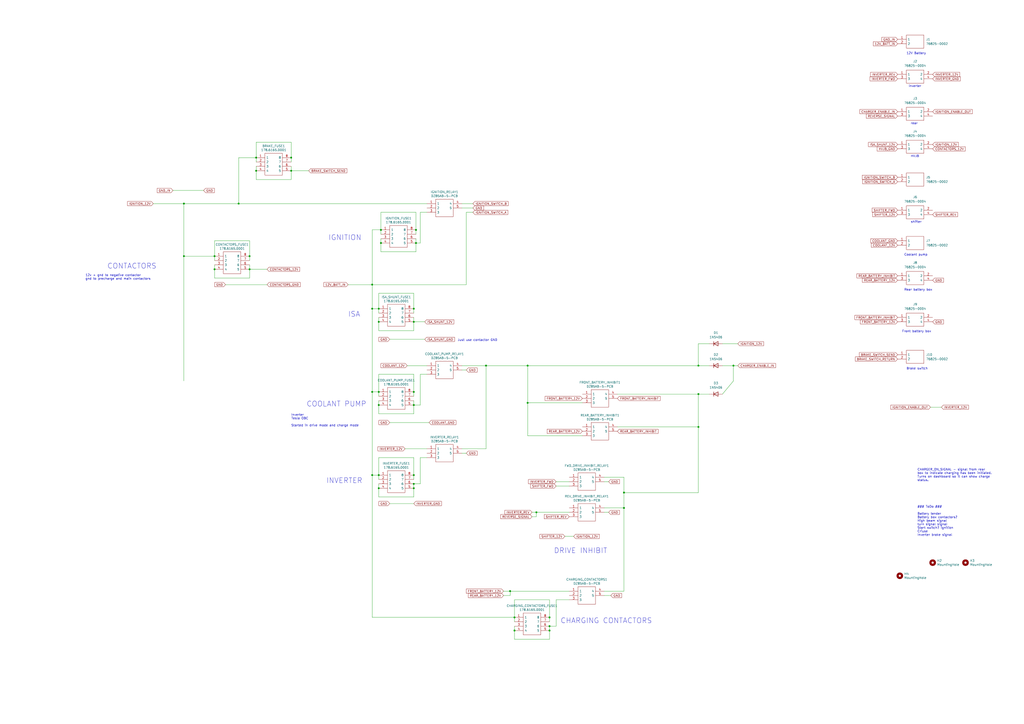
<source format=kicad_sch>
(kicad_sch (version 20211123) (generator eeschema)
  (paper "A2")
  (lib_symbols
    (symbol "Connector:178.6165.0001" (pin_names (offset 0.762))
      (property "Reference" "U" (at 16.51 7.62 0))
      (property "Value" "Connector_178.6165.0001" (at 16.51 5.08 0))
      (symbol "178.6165.0001_0_0"
        (pin passive line (at 0 0 0) (length 5.08) (name "1") (number "1"))
        (pin passive line (at 0 -2.54 0) (length 5.08) (name "2") (number "2"))
        (pin passive line (at 0 -5.08 0) (length 5.08) (name "3") (number "3"))
        (pin passive line (at 0 -7.62 0) (length 5.08) (name "4") (number "4"))
        (pin passive line (at 20.32 -7.62 180) (length 5.08) (name "5") (number "5"))
        (pin passive line (at 20.32 -5.08 180) (length 5.08) (name "6") (number "6"))
        (pin passive line (at 20.32 -2.54 180) (length 5.08) (name "7") (number "7"))
        (pin passive line (at 20.32 0 180) (length 5.08) (name "8") (number "8"))
      )
      (symbol "178.6165.0001_0_1"
        (polyline (pts (xy 5.08 2.54) (xy 15.24 2.54) (xy 15.24 -10.16) (xy 5.08 -10.16) (xy 5.08 2.54)) (stroke (width 0.1524)))
      )
    )
    (symbol "Connector:76825-0002" (pin_names (offset 0.762))
      (property "Reference" "J" (at 16.51 7.62 0))
      (property "Value" "76825-0002" (at 16.51 5.08 0))
      (symbol "76825-0002_0_0"
        (pin passive line (at 0 0 0) (length 5.08) (name "1") (number "1"))
        (pin passive line (at 0 -2.54 0) (length 5.08) (name "2") (number "2"))
      )
      (symbol "76825-0002_0_1"
        (polyline (pts (xy 5.08 2.54) (xy 15.24 2.54) (xy 15.24 -5.08) (xy 5.08 -5.08) (xy 5.08 2.54)) (stroke (width 0.1524)))
      )
    )
    (symbol "Connector:76825-0004" (pin_names (offset 0.762))
      (property "Reference" "J" (at 16.51 7.62 0))
      (property "Value" "76825-0004" (at 16.51 5.08 0))
      (symbol "76825-0004_0_0"
        (pin passive line (at 0 0 0) (length 5.08) (name "1") (number "1"))
        (pin passive line (at 20.32 0 180) (length 5.08) (name "2") (number "2"))
        (pin passive line (at 0 -2.54 0) (length 5.08) (name "3") (number "3"))
        (pin passive line (at 20.32 -2.54 180) (length 5.08) (name "4") (number "4"))
      )
      (symbol "76825-0004_0_1"
        (polyline (pts (xy 5.08 2.54) (xy 15.24 2.54) (xy 15.24 -5.08) (xy 5.08 -5.08) (xy 5.08 2.54)) (stroke (width 0.1524)))
      )
    )
    (symbol "DZ85AB-5-PCB:DZ85AB-5-PCB" (pin_names (offset 0.762))
      (property "Reference" "J" (at 16.51 7.62 0))
      (property "Value" "DZ85AB-5-PCB_DZ85AB-5-PCB" (at 16.51 5.08 0))
      (symbol "DZ85AB-5-PCB_0_0"
        (pin passive line (at 0 0 0) (length 5.08) (name "1") (number "1"))
        (pin passive line (at 0 -2.54 0) (length 5.08) (name "2") (number "2"))
        (pin passive line (at 0 -5.08 0) (length 5.08) (name "3") (number "3"))
        (pin passive line (at 20.32 0 180) (length 5.08) (name "4") (number "4"))
        (pin passive line (at 20.32 -2.54 180) (length 5.08) (name "5") (number "5"))
      )
      (symbol "DZ85AB-5-PCB_0_1"
        (polyline (pts (xy 5.08 2.54) (xy 15.24 2.54) (xy 15.24 -7.62) (xy 5.08 -7.62) (xy 5.08 2.54)) (stroke (width 0.1524)))
      )
    )
    (symbol "Diode:1N5406" (pin_numbers hide) (pin_names (offset 1.016) hide)
      (property "Reference" "D" (at 0 2.54 0))
      (property "Value" "1N5406" (at 0 -2.54 0))
      (symbol "1N5406_0_1"
        (polyline (pts (xy -1.27 1.27) (xy -1.27 -1.27)) (stroke (width 0.254)))
        (polyline (pts (xy 1.27 0) (xy -1.27 0)))
        (polyline (pts (xy 1.27 1.27) (xy 1.27 -1.27) (xy -1.27 0) (xy 1.27 1.27)) (stroke (width 0.254)))
      )
      (symbol "1N5406_1_1"
        (pin passive line (at -3.81 0 0) (length 2.54) (name "K") (number "1"))
        (pin passive line (at 3.81 0 180) (length 2.54) (name "A") (number "2"))
      )
    )
    (symbol "Mechanical:MountingHole" (pin_names (offset 1.016))
      (property "Reference" "H" (at 0 5.08 0))
      (property "Value" "MountingHole" (at 0 3.175 0))
      (symbol "MountingHole_0_1"
        (circle (center 0 0) (radius 1.27) (stroke (width 1.27)))
      )
    )
  )
  (junction (at 106.68 118.11))
  (junction (at 219.71 234.95))
  (junction (at 138.43 118.11))
  (junction (at 219.71 227.33))
  (junction (at 215.9 165.1))
  (junction (at 240.03 283.21))
  (junction (at 361.95 294.64))
  (junction (at 240.03 275.59))
  (junction (at 219.71 186.69))
  (junction (at 318.77 358.14))
  (junction (at 219.71 283.21))
  (junction (at 215.9 179.07))
  (junction (at 295.91 342.9))
  (junction (at 240.03 234.95))
  (junction (at 168.91 91.44))
  (junction (at 306.07 233.68))
  (junction (at 361.95 285.75))
  (junction (at 240.03 227.33))
  (junction (at 281.94 212.09))
  (junction (at 425.45 212.09))
  (junction (at 241.3 133.35))
  (junction (at 215.9 275.59))
  (junction (at 298.45 358.14))
  (junction (at 240.03 179.07))
  (junction (at 148.59 99.06))
  (junction (at 298.45 365.76))
  (junction (at 306.07 212.09))
  (junction (at 405.13 228.6))
  (junction (at 106.68 148.59))
  (junction (at 241.3 140.97))
  (junction (at 405.13 212.09))
  (junction (at 124.46 156.21))
  (junction (at 220.98 140.97))
  (junction (at 219.71 179.07))
  (junction (at 240.03 186.69))
  (junction (at 144.78 156.21))
  (junction (at 168.91 99.06))
  (junction (at 318.77 365.76))
  (junction (at 311.15 297.18))
  (junction (at 144.78 148.59))
  (junction (at 220.98 133.35))
  (junction (at 219.71 275.59))
  (junction (at 318.77 363.22))
  (junction (at 124.46 148.59))
  (junction (at 405.13 247.65))
  (junction (at 148.59 91.44))
  (junction (at 240.03 280.67))
  (junction (at 215.9 227.33))
  (wire (pts (xy 234.95 260.35) (xy 247.65 260.35)))
  (wire (pts (xy 219.71 288.29) (xy 219.71 283.21)))
  (wire (pts (xy 124.46 139.7) (xy 144.78 139.7)))
  (wire (pts (xy 270.51 262.89) (xy 267.97 262.89)))
  (wire (pts (xy 124.46 156.21) (xy 124.46 153.67)))
  (wire (pts (xy 267.97 260.35) (xy 281.94 260.35)))
  (wire (pts (xy 298.45 347.98) (xy 318.77 347.98)))
  (wire (pts (xy 240.03 234.95) (xy 240.03 232.41)))
  (wire (pts (xy 219.71 283.21) (xy 219.71 280.67)))
  (wire (pts (xy 361.95 294.64) (xy 361.95 342.9)))
  (wire (pts (xy 361.95 285.75) (xy 361.95 294.64)))
  (wire (pts (xy 318.77 363.22) (xy 322.58 363.22)))
  (wire (pts (xy 350.52 294.64) (xy 361.95 294.64)))
  (wire (pts (xy 267.97 212.09) (xy 281.94 212.09)))
  (wire (pts (xy 246.38 186.69) (xy 240.03 186.69)))
  (wire (pts (xy 267.97 118.11) (xy 274.32 118.11)))
  (wire (pts (xy 322.58 279.4) (xy 330.2 279.4)))
  (wire (pts (xy 148.59 99.06) (xy 148.59 104.14)))
  (wire (pts (xy 219.71 229.87) (xy 219.71 227.33)))
  (wire (pts (xy 168.91 82.55) (xy 148.59 82.55)))
  (wire (pts (xy 243.84 217.17) (xy 243.84 234.95)))
  (wire (pts (xy 154.94 165.1) (xy 130.81 165.1)))
  (wire (pts (xy 215.9 133.35) (xy 220.98 133.35)))
  (wire (pts (xy 354.33 345.44) (xy 350.52 345.44)))
  (wire (pts (xy 219.71 265.43) (xy 219.71 275.59)))
  (wire (pts (xy 215.9 165.1) (xy 270.51 165.1)))
  (wire (pts (xy 322.58 363.22) (xy 322.58 347.98)))
  (wire (pts (xy 306.07 212.09) (xy 306.07 233.68)))
  (wire (pts (xy 219.71 184.15) (xy 219.71 186.69)))
  (wire (pts (xy 220.98 133.35) (xy 220.98 123.19)))
  (wire (pts (xy 243.84 123.19) (xy 243.84 140.97)))
  (wire (pts (xy 219.71 179.07) (xy 215.9 179.07)))
  (wire (pts (xy 327.66 311.15) (xy 332.74 311.15)))
  (wire (pts (xy 353.06 297.18) (xy 350.52 297.18)))
  (wire (pts (xy 292.1 345.44) (xy 295.91 345.44)))
  (wire (pts (xy 298.45 358.14) (xy 298.45 347.98)))
  (wire (pts (xy 168.91 91.44) (xy 168.91 82.55)))
  (wire (pts (xy 298.45 365.76) (xy 298.45 370.84)))
  (wire (pts (xy 106.68 118.11) (xy 138.43 118.11)))
  (wire (pts (xy 243.84 123.19) (xy 247.65 123.19)))
  (wire (pts (xy 311.15 297.18) (xy 330.2 297.18)))
  (wire (pts (xy 318.77 347.98) (xy 318.77 358.14)))
  (wire (pts (xy 405.13 212.09) (xy 411.48 212.09)))
  (wire (pts (xy 215.9 275.59) (xy 219.71 275.59)))
  (wire (pts (xy 405.13 247.65) (xy 405.13 285.75)))
  (wire (pts (xy 219.71 186.69) (xy 219.71 191.77)))
  (wire (pts (xy 306.07 252.73) (xy 337.82 252.73)))
  (wire (pts (xy 243.84 280.67) (xy 243.84 265.43)))
  (wire (pts (xy 144.78 139.7) (xy 144.78 148.59)))
  (wire (pts (xy 425.45 212.09) (xy 425.45 220.98)))
  (wire (pts (xy 241.3 133.35) (xy 241.3 135.89)))
  (wire (pts (xy 267.97 214.63) (xy 270.51 214.63)))
  (wire (pts (xy 124.46 148.59) (xy 124.46 139.7)))
  (wire (pts (xy 215.9 227.33) (xy 215.9 275.59)))
  (wire (pts (xy 215.9 358.14) (xy 298.45 358.14)))
  (wire (pts (xy 236.22 212.09) (xy 247.65 212.09)))
  (wire (pts (xy 247.65 217.17) (xy 243.84 217.17)))
  (wire (pts (xy 295.91 342.9) (xy 295.91 345.44)))
  (wire (pts (xy 274.32 123.19) (xy 270.51 123.19)))
  (wire (pts (xy 311.15 297.18) (xy 311.15 299.72)))
  (wire (pts (xy 201.93 165.1) (xy 215.9 165.1)))
  (wire (pts (xy 144.78 148.59) (xy 144.78 151.13)))
  (wire (pts (xy 240.03 283.21) (xy 240.03 288.29)))
  (wire (pts (xy 318.77 370.84) (xy 298.45 370.84)))
  (wire (pts (xy 240.03 184.15) (xy 240.03 186.69)))
  (wire (pts (xy 138.43 118.11) (xy 247.65 118.11)))
  (wire (pts (xy 318.77 365.76) (xy 318.77 370.84)))
  (wire (pts (xy 240.03 292.1) (xy 226.06 292.1)))
  (wire (pts (xy 350.52 279.4) (xy 353.06 279.4)))
  (wire (pts (xy 311.15 297.18) (xy 308.61 297.18)))
  (wire (pts (xy 124.46 161.29) (xy 124.46 156.21)))
  (wire (pts (xy 219.71 217.17) (xy 240.03 217.17)))
  (wire (pts (xy 241.3 140.97) (xy 241.3 146.05)))
  (wire (pts (xy 124.46 151.13) (xy 124.46 148.59)))
  (wire (pts (xy 168.91 104.14) (xy 168.91 99.06)))
  (wire (pts (xy 168.91 91.44) (xy 168.91 93.98)))
  (wire (pts (xy 219.71 191.77) (xy 240.03 191.77)))
  (wire (pts (xy 306.07 233.68) (xy 337.82 233.68)))
  (wire (pts (xy 144.78 156.21) (xy 144.78 161.29)))
  (wire (pts (xy 241.3 123.19) (xy 241.3 133.35)))
  (wire (pts (xy 358.14 228.6) (xy 405.13 228.6)))
  (wire (pts (xy 322.58 347.98) (xy 330.2 347.98)))
  (wire (pts (xy 219.71 240.03) (xy 240.03 240.03)))
  (wire (pts (xy 425.45 212.09) (xy 427.99 212.09)))
  (wire (pts (xy 215.9 179.07) (xy 215.9 227.33)))
  (wire (pts (xy 281.94 212.09) (xy 281.94 260.35)))
  (wire (pts (xy 306.07 233.68) (xy 306.07 252.73)))
  (wire (pts (xy 243.84 265.43) (xy 247.65 265.43)))
  (wire (pts (xy 241.3 140.97) (xy 243.84 140.97)))
  (wire (pts (xy 219.71 179.07) (xy 219.71 170.18)))
  (wire (pts (xy 144.78 161.29) (xy 124.46 161.29)))
  (wire (pts (xy 361.95 342.9) (xy 350.52 342.9)))
  (wire (pts (xy 240.03 288.29) (xy 219.71 288.29)))
  (wire (pts (xy 240.03 280.67) (xy 243.84 280.67)))
  (wire (pts (xy 295.91 342.9) (xy 330.2 342.9)))
  (wire (pts (xy 281.94 212.09) (xy 306.07 212.09)))
  (wire (pts (xy 168.91 96.52) (xy 168.91 99.06)))
  (wire (pts (xy 240.03 186.69) (xy 240.03 191.77)))
  (wire (pts (xy 106.68 148.59) (xy 106.68 220.98)))
  (wire (pts (xy 88.9 118.11) (xy 106.68 118.11)))
  (wire (pts (xy 148.59 96.52) (xy 148.59 99.06)))
  (wire (pts (xy 358.14 247.65) (xy 405.13 247.65)))
  (wire (pts (xy 267.97 120.65) (xy 274.32 120.65)))
  (wire (pts (xy 405.13 228.6) (xy 411.48 228.6)))
  (wire (pts (xy 138.43 91.44) (xy 148.59 91.44)))
  (wire (pts (xy 311.15 299.72) (xy 308.61 299.72)))
  (wire (pts (xy 246.38 196.85) (xy 226.06 196.85)))
  (wire (pts (xy 322.58 281.94) (xy 330.2 281.94)))
  (wire (pts (xy 219.71 227.33) (xy 219.71 217.17)))
  (wire (pts (xy 106.68 118.11) (xy 106.68 148.59)))
  (wire (pts (xy 240.03 280.67) (xy 240.03 283.21)))
  (wire (pts (xy 219.71 179.07) (xy 219.71 181.61)))
  (wire (pts (xy 419.1 212.09) (xy 425.45 212.09)))
  (wire (pts (xy 106.68 148.59) (xy 124.46 148.59)))
  (wire (pts (xy 220.98 135.89) (xy 220.98 133.35)))
  (wire (pts (xy 240.03 234.95) (xy 243.84 234.95)))
  (wire (pts (xy 219.71 265.43) (xy 240.03 265.43)))
  (wire (pts (xy 298.45 358.14) (xy 298.45 360.68)))
  (wire (pts (xy 240.03 227.33) (xy 240.03 229.87)))
  (wire (pts (xy 220.98 123.19) (xy 241.3 123.19)))
  (wire (pts (xy 292.1 342.9) (xy 295.91 342.9)))
  (wire (pts (xy 219.71 170.18) (xy 240.03 170.18)))
  (wire (pts (xy 148.59 82.55) (xy 148.59 91.44)))
  (wire (pts (xy 240.03 179.07) (xy 240.03 181.61)))
  (wire (pts (xy 306.07 212.09) (xy 405.13 212.09)))
  (wire (pts (xy 405.13 199.39) (xy 411.48 199.39)))
  (wire (pts (xy 350.52 276.86) (xy 361.95 276.86)))
  (wire (pts (xy 215.9 165.1) (xy 215.9 179.07)))
  (wire (pts (xy 248.92 245.11) (xy 226.06 245.11)))
  (wire (pts (xy 240.03 170.18) (xy 240.03 179.07)))
  (wire (pts (xy 240.03 265.43) (xy 240.03 275.59)))
  (wire (pts (xy 298.45 363.22) (xy 298.45 365.76)))
  (wire (pts (xy 240.03 275.59) (xy 240.03 278.13)))
  (wire (pts (xy 220.98 140.97) (xy 220.98 138.43)))
  (wire (pts (xy 144.78 153.67) (xy 144.78 156.21)))
  (wire (pts (xy 240.03 217.17) (xy 240.03 227.33)))
  (wire (pts (xy 138.43 118.11) (xy 138.43 91.44)))
  (wire (pts (xy 215.9 133.35) (xy 215.9 165.1)))
  (wire (pts (xy 220.98 146.05) (xy 220.98 140.97)))
  (wire (pts (xy 219.71 232.41) (xy 219.71 234.95)))
  (wire (pts (xy 215.9 275.59) (xy 215.9 358.14)))
  (wire (pts (xy 100.33 110.49) (xy 118.11 110.49)))
  (wire (pts (xy 219.71 278.13) (xy 219.71 275.59)))
  (wire (pts (xy 405.13 228.6) (xy 405.13 247.65)))
  (wire (pts (xy 241.3 140.97) (xy 241.3 138.43)))
  (wire (pts (xy 215.9 227.33) (xy 219.71 227.33)))
  (wire (pts (xy 361.95 276.86) (xy 361.95 285.75)))
  (wire (pts (xy 270.51 123.19) (xy 270.51 165.1)))
  (wire (pts (xy 427.99 199.39) (xy 419.1 199.39)))
  (wire (pts (xy 240.03 240.03) (xy 240.03 234.95)))
  (wire (pts (xy 148.59 91.44) (xy 148.59 93.98)))
  (wire (pts (xy 318.77 363.22) (xy 318.77 365.76)))
  (wire (pts (xy 219.71 234.95) (xy 219.71 240.03)))
  (wire (pts (xy 539.75 236.22) (xy 546.1 236.22)))
  (wire (pts (xy 144.78 156.21) (xy 154.94 156.21)))
  (wire (pts (xy 148.59 104.14) (xy 168.91 104.14)))
  (wire (pts (xy 405.13 199.39) (xy 405.13 212.09)))
  (wire (pts (xy 425.45 220.98) (xy 419.1 228.6)))
  (wire (pts (xy 318.77 358.14) (xy 318.77 360.68)))
  (wire (pts (xy 179.07 99.06) (xy 168.91 99.06)))
  (wire (pts (xy 405.13 285.75) (xy 361.95 285.75)))
  (wire (pts (xy 241.3 146.05) (xy 220.98 146.05)))
  (text "IGNITION" (at 190.5 139.7 0) (effects (font (size 2.9972 2.9972)) (justify left bottom)))
  (text "12V Battery" (at 525.78 31.75 0) (effects (font (size 1.27 1.27)) (justify left bottom)))
  (text "inverter" (at 527.05 50.8 0) (effects (font (size 1.27 1.27)) (justify left bottom)))
  (text "### ToDo ###\n\nBattery tender\nBattery box contactors?\nHigh beam signal\nturn signal signal\nStart switch? ignition\nCriuse\nInverter brake signal\n" (at 532.13 311.15 0) (effects (font (size 1.27 1.27)) (justify left bottom)))
  (text "Inverter\nTesla OBC\n\nStarted in drive mode and charge mode" (at 168.91 247.65 0) (effects (font (size 1.27 1.27)) (justify left bottom)))
  (text "12v + gnd to negative contactor\ngnd to precharge and main contactors" (at 49.53 162.56 0) (effects (font (size 1.27 1.27)) (justify left bottom)))
  (text "Brake switch" (at 525.78 214.63 0) (effects (font (size 1.27 1.27)) (justify left bottom)))
  (text "Rear battery box" (at 524.51 168.91 0) (effects (font (size 1.27 1.27)) (justify left bottom)))
  (text "HVJB" (at 528.32 91.44 0) (effects (font (size 1.27 1.27)) (justify left bottom)))
  (text "shifter" (at 528.32 129.54 0) (effects (font (size 1.27 1.27)) (justify left bottom)))
  (text "ISA" (at 201.93 184.15 0) (effects (font (size 2.9972 2.9972)) (justify left bottom)))
  (text "CONTACTORS" (at 62.23 156.21 0) (effects (font (size 2.9972 2.9972)) (justify left bottom)))
  (text "Just use contactor GND" (at 265.43 198.12 0) (effects (font (size 1.27 1.27)) (justify left bottom)))
  (text "INVERTER" (at 189.23 280.67 0) (effects (font (size 2.9972 2.9972)) (justify left bottom)))
  (text "rear" (at 528.32 72.39 0) (effects (font (size 1.27 1.27)) (justify left bottom)))
  (text "CHARGER_ON_SIGNAL - signal from rear\nbox to indicate charging has been initiated.\nTurns on dashboard so it can show charge\nstatus." (at 532.13 279.4 0) (effects (font (size 1.27 1.27)) (justify left bottom)))
  (text "COOLANT PUMP" (at 177.8 236.22 0) (effects (font (size 2.9972 2.9972)) (justify left bottom)))
  (text "Front battery box" (at 523.24 193.04 0) (effects (font (size 1.27 1.27)) (justify left bottom)))
  (text "CHARGING CONTACTORS" (at 325.12 361.95 0) (effects (font (size 2.9972 2.9972)) (justify left bottom)))
  (text "Coolant pump" (at 524.51 148.59 0) (effects (font (size 1.27 1.27)) (justify left bottom)))
  (text "DRIVE INHIBIT" (at 321.31 321.31 0) (effects (font (size 2.9972 2.9972)) (justify left bottom)))
  (global_label "SHIFTER_12V" (shape input) (at 520.7 124.46 180) (property "Intersheet References" "${INTERSHEET_REFS}" (effects hide)))
  (global_label "COOLANT_12V" (shape input) (at 236.22 212.09 180) (property "Intersheet References" "${INTERSHEET_REFS}" (effects hide)))
  (global_label "INVERTER_12V" (shape input) (at 541.02 43.18 0) (property "Intersheet References" "${INTERSHEET_REFS}" (effects hide)))
  (global_label "SHIFTER_REV" (shape input) (at 330.2 299.72 180) (property "Intersheet References" "${INTERSHEET_REFS}" (effects hide)))
  (global_label "GND" (shape input) (at 226.06 292.1 180) (property "Intersheet References" "${INTERSHEET_REFS}" (effects hide)))
  (global_label "12V_BATT_IN" (shape input) (at 520.7 25.4 180) (property "Intersheet References" "${INTERSHEET_REFS}" (effects hide)))
  (global_label "IGNITION_12V" (shape input) (at 88.9 118.11 180) (property "Intersheet References" "${INTERSHEET_REFS}" (effects hide)))
  (global_label "SHIFTER_FWD" (shape input) (at 322.58 281.94 180) (property "Intersheet References" "${INTERSHEET_REFS}" (effects hide)))
  (global_label "GND" (shape input) (at 353.06 297.18 0) (property "Intersheet References" "${INTERSHEET_REFS}" (effects hide)))
  (global_label "INVERTER_12V" (shape input) (at 546.1 236.22 0) (property "Intersheet References" "${INTERSHEET_REFS}" (effects hide)))
  (global_label "ISA_SHUNT_GND" (shape input) (at 246.38 196.85 0) (property "Intersheet References" "${INTERSHEET_REFS}" (effects hide)))
  (global_label "IGNITION_SWITCH_B" (shape input) (at 520.7 102.87 180) (property "Intersheet References" "${INTERSHEET_REFS}" (effects hide)))
  (global_label "GND" (shape input) (at 353.06 279.4 0) (property "Intersheet References" "${INTERSHEET_REFS}" (effects hide)))
  (global_label "GND" (shape input) (at 118.11 110.49 0) (property "Intersheet References" "${INTERSHEET_REFS}" (effects hide)))
  (global_label "CHARGER_ENABLE_IN" (shape input) (at 427.99 212.09 0) (property "Intersheet References" "${INTERSHEET_REFS}" (effects hide)))
  (global_label "ISA_SHUNT_12V" (shape input) (at 246.38 186.69 0) (property "Intersheet References" "${INTERSHEET_REFS}" (effects hide)))
  (global_label "REVERSE_SIGNAL" (shape input) (at 520.7 67.31 180) (property "Intersheet References" "${INTERSHEET_REFS}" (effects hide)))
  (global_label "INVERTER_GND" (shape input) (at 240.03 292.1 0) (property "Intersheet References" "${INTERSHEET_REFS}" (effects hide)))
  (global_label "GND" (shape input) (at 541.02 162.56 0) (property "Intersheet References" "${INTERSHEET_REFS}" (effects hide)))
  (global_label "CONTACTORS_12V" (shape input) (at 154.94 156.21 0) (property "Intersheet References" "${INTERSHEET_REFS}" (effects hide)))
  (global_label "GND" (shape input) (at 270.51 262.89 0) (property "Intersheet References" "${INTERSHEET_REFS}" (effects hide)))
  (global_label "INVERTER_FWD" (shape input) (at 520.7 45.72 180) (property "Intersheet References" "${INTERSHEET_REFS}" (effects hide)))
  (global_label "FRONT_BATTERY_INHIBIT" (shape input) (at 520.7 184.15 180) (property "Intersheet References" "${INTERSHEET_REFS}" (effects hide)))
  (global_label "GND" (shape input) (at 226.06 245.11 180) (property "Intersheet References" "${INTERSHEET_REFS}" (effects hide)))
  (global_label "REAR_BATTERY_12V" (shape input) (at 292.1 345.44 180) (property "Intersheet References" "${INTERSHEET_REFS}" (effects hide)))
  (global_label "FRONT_BATTERY_12V" (shape input) (at 337.82 231.14 180) (property "Intersheet References" "${INTERSHEET_REFS}" (effects hide)))
  (global_label "GND" (shape input) (at 226.06 196.85 180) (property "Intersheet References" "${INTERSHEET_REFS}" (effects hide)))
  (global_label "REAR_BATTERY_12V" (shape input) (at 520.7 162.56 180) (property "Intersheet References" "${INTERSHEET_REFS}" (effects hide)))
  (global_label "INVERTER_GND" (shape input) (at 541.02 45.72 0) (property "Intersheet References" "${INTERSHEET_REFS}" (effects hide)))
  (global_label "SHIFTER_REV" (shape input) (at 541.02 124.46 0) (property "Intersheet References" "${INTERSHEET_REFS}" (effects hide)))
  (global_label "GND" (shape input) (at 274.32 120.65 0) (property "Intersheet References" "${INTERSHEET_REFS}" (effects hide)))
  (global_label "COOLANT_12V" (shape input) (at 520.7 142.24 180) (property "Intersheet References" "${INTERSHEET_REFS}" (effects hide)))
  (global_label "CONTACTORS_12V" (shape input) (at 541.02 86.36 0) (property "Intersheet References" "${INTERSHEET_REFS}" (effects hide)))
  (global_label "BRAKE_SWITCH_SEND" (shape input) (at 179.07 99.06 0) (property "Intersheet References" "${INTERSHEET_REFS}" (effects hide)))
  (global_label "FRONT_BATTERY_INHIBIT" (shape input) (at 358.14 231.14 0) (property "Intersheet References" "${INTERSHEET_REFS}" (effects hide)))
  (global_label "FRONT_BATTERY_12V" (shape input) (at 292.1 342.9 180) (property "Intersheet References" "${INTERSHEET_REFS}" (effects hide)))
  (global_label "INVERTER_REV" (shape input) (at 308.61 297.18 180) (property "Intersheet References" "${INTERSHEET_REFS}" (effects hide)))
  (global_label "IGNITION_ENABLE_OUT" (shape input) (at 539.75 236.22 180) (property "Intersheet References" "${INTERSHEET_REFS}" (effects hide)))
  (global_label "REAR_BATTERY_INHIBIT" (shape input) (at 358.14 250.19 0) (property "Intersheet References" "${INTERSHEET_REFS}" (effects hide)))
  (global_label "REAR_BATTERY_INHIBIT" (shape input) (at 520.7 160.02 180) (property "Intersheet References" "${INTERSHEET_REFS}" (effects hide)))
  (global_label "GND" (shape input) (at 130.81 165.1 180) (property "Intersheet References" "${INTERSHEET_REFS}" (effects hide)))
  (global_label "IGNITION_SWITCH_A" (shape input) (at 520.7 105.41 180) (property "Intersheet References" "${INTERSHEET_REFS}" (effects hide)))
  (global_label "IGNITION_ENABLE_OUT" (shape input) (at 541.02 64.77 0) (property "Intersheet References" "${INTERSHEET_REFS}" (effects hide)))
  (global_label "GND" (shape input) (at 270.51 214.63 0) (property "Intersheet References" "${INTERSHEET_REFS}" (effects hide)))
  (global_label "CHARGER_ENABLE_IN" (shape input) (at 520.7 64.77 180) (property "Intersheet References" "${INTERSHEET_REFS}" (effects hide)))
  (global_label "GND_IN" (shape input) (at 520.7 22.86 180) (property "Intersheet References" "${INTERSHEET_REFS}" (effects hide)))
  (global_label "REAR_BATTERY_12V" (shape input) (at 337.82 250.19 180) (property "Intersheet References" "${INTERSHEET_REFS}" (effects hide)))
  (global_label "IGNITION_12V" (shape input) (at 427.99 199.39 0) (property "Intersheet References" "${INTERSHEET_REFS}" (effects hide)))
  (global_label "IGNITION_SWITCH_B" (shape input) (at 274.32 118.11 0) (property "Intersheet References" "${INTERSHEET_REFS}" (effects hide)))
  (global_label "FRONT_BATTERY_12V" (shape input) (at 520.7 186.69 180) (property "Intersheet References" "${INTERSHEET_REFS}" (effects hide)))
  (global_label "INVERTER_REV" (shape input) (at 520.7 43.18 180) (property "Intersheet References" "${INTERSHEET_REFS}" (effects hide)))
  (global_label "ISA_SHUNT_12V" (shape input) (at 520.7 83.82 180) (property "Intersheet References" "${INTERSHEET_REFS}" (effects hide)))
  (global_label "CONTACTORS_GND" (shape input) (at 154.94 165.1 0) (property "Intersheet References" "${INTERSHEET_REFS}" (effects hide)))
  (global_label "SHIFTER_12V" (shape input) (at 327.66 311.15 180) (property "Intersheet References" "${INTERSHEET_REFS}" (effects hide)))
  (global_label "INVERTER_12V" (shape input) (at 234.95 260.35 180) (property "Intersheet References" "${INTERSHEET_REFS}" (effects hide)))
  (global_label "INVERTER_FWD" (shape input) (at 322.58 279.4 180) (property "Intersheet References" "${INTERSHEET_REFS}" (effects hide)))
  (global_label "REVERSE_SIGNAL" (shape input) (at 308.61 299.72 180) (property "Intersheet References" "${INTERSHEET_REFS}" (effects hide)))
  (global_label "GND_IN" (shape input) (at 100.33 110.49 180) (property "Intersheet References" "${INTERSHEET_REFS}" (effects hide)))
  (global_label "IGNITION_SWITCH_A" (shape input) (at 274.32 123.19 0) (property "Intersheet References" "${INTERSHEET_REFS}" (effects hide)))
  (global_label "12V_BATT_IN" (shape input) (at 201.93 165.1 180) (property "Intersheet References" "${INTERSHEET_REFS}" (effects hide)))
  (global_label "IGNITION_12V" (shape input) (at 541.02 83.82 0) (property "Intersheet References" "${INTERSHEET_REFS}" (effects hide)))
  (global_label "COOLANT_GND" (shape input) (at 248.92 245.11 0) (property "Intersheet References" "${INTERSHEET_REFS}" (effects hide)))
  (global_label "COOLANT_GND" (shape input) (at 520.7 139.7 180) (property "Intersheet References" "${INTERSHEET_REFS}" (effects hide)))
  (global_label "GND" (shape input) (at 541.02 186.69 0) (property "Intersheet References" "${INTERSHEET_REFS}" (effects hide)))
  (global_label "BRAKE_SWITCH_SEND" (shape input) (at 520.7 205.74 180) (property "Intersheet References" "${INTERSHEET_REFS}" (effects hide)))
  (global_label "SHIFTER_FWD" (shape input) (at 520.7 121.92 180) (property "Intersheet References" "${INTERSHEET_REFS}" (effects hide)))
  (global_label "HVJB_GND" (shape input) (at 520.7 86.36 180) (property "Intersheet References" "${INTERSHEET_REFS}" (effects hide)))
  (global_label "GND" (shape input) (at 354.33 345.44 0) (property "Intersheet References" "${INTERSHEET_REFS}" (effects hide)))
  (global_label "BRAKE_SWITCH_RETURN" (shape input) (at 520.7 208.28 180) (property "Intersheet References" "${INTERSHEET_REFS}" (effects hide)))
  (global_label "IGNITION_12V" (shape input) (at 332.74 311.15 0) (property "Intersheet References" "${INTERSHEET_REFS}" (effects hide)))
  (symbol (lib_id "DZ85AB-5-PCB:DZ85AB-5-PCB") (at 247.65 118.11 0) (unit 1)
    (property "Reference" "IGNITION_RELAY1" (at 257.81 111.379 0))
    (property "Value" "DZ85AB-5-PCB" (at 257.81 113.6904 0))
    (property "Footprint" "Connector:DZ85AB5PCB" (effects hide))
    (property "Datasheet" "https://componentsearchengine.com/Datasheets/2/DZ85AB-5-PCB.pdf" (effects hide))
    (property "Description" "Durakool 1 Pin Relay Socket, Plug In for use with Various Series" (effects hide))
    (property "Height" "14.5" (effects hide))
    (property "Manufacturer_Name" "DURAKOOL" (effects hide))
    (property "Manufacturer_Part_Number" "DZ85AB-5-PCB" (effects hide))
  )
  (symbol (lib_id "Connector:178.6165.0001") (at 220.98 133.35 0) (unit 1)
    (property "Reference" "IGNITION_FUSE1" (at 231.14 126.619 0))
    (property "Value" "178.6165.0001" (at 231.14 128.9304 0))
    (property "Footprint" "Socket:17861650001" (effects hide))
    (property "Datasheet" "https://www.mouser.com/datasheet/2/240/Littelfuse-Fuse-Holder-ATO-FLR-pcb-Datasheet-1317199.pdf" (effects hide))
    (property "Description" "FLR PCB FUSE HOLDER FOR ATO STYLE BLADE FUSE RATED 58V" (effects hide))
    (property "Height" "17.5" (effects hide))
    (property "Manufacturer_Name" "LITTELFUSE" (effects hide))
    (property "Manufacturer_Part_Number" "178.6165.0001" (effects hide))
    (property "Mouser Part Number" "576-178.6165.0001" (effects hide))
    (property "Mouser Price/Stock" "https://www.mouser.co.uk/ProductDetail/Littelfuse/17861650001?qs=CSLd874fYV1KI1oBGU5EQg%3D%3D" (effects hide))
    (property "Arrow Part Number" "178.6165.0001" (effects hide))
    (property "Arrow Price/Stock" "https://www.arrow.com/en/products/178.6165.0001/littelfuse" (effects hide))
  )
  (symbol (lib_id "Connector:178.6165.0001") (at 219.71 275.59 0) (unit 1)
    (property "Reference" "INVERTER_FUSE1" (at 229.87 268.859 0))
    (property "Value" "178.6165.0001" (at 229.87 271.1704 0))
    (property "Footprint" "Socket:17861650001" (effects hide))
    (property "Datasheet" "https://www.mouser.com/datasheet/2/240/Littelfuse-Fuse-Holder-ATO-FLR-pcb-Datasheet-1317199.pdf" (effects hide))
    (property "Description" "FLR PCB FUSE HOLDER FOR ATO STYLE BLADE FUSE RATED 58V" (effects hide))
    (property "Height" "17.5" (effects hide))
    (property "Manufacturer_Name" "LITTELFUSE" (effects hide))
    (property "Manufacturer_Part_Number" "178.6165.0001" (effects hide))
    (property "Mouser Part Number" "576-178.6165.0001" (effects hide))
    (property "Mouser Price/Stock" "https://www.mouser.co.uk/ProductDetail/Littelfuse/17861650001?qs=CSLd874fYV1KI1oBGU5EQg%3D%3D" (effects hide))
    (property "Arrow Part Number" "178.6165.0001" (effects hide))
    (property "Arrow Price/Stock" "https://www.arrow.com/en/products/178.6165.0001/littelfuse" (effects hide))
  )
  (symbol (lib_id "Connector:178.6165.0001") (at 124.46 148.59 0) (unit 1)
    (property "Reference" "CONTACTORS_FUSE1" (at 134.62 141.859 0))
    (property "Value" "178.6165.0001" (at 134.62 144.1704 0))
    (property "Footprint" "Socket:17861650001" (effects hide))
    (property "Datasheet" "https://www.mouser.com/datasheet/2/240/Littelfuse-Fuse-Holder-ATO-FLR-pcb-Datasheet-1317199.pdf" (effects hide))
    (property "Description" "FLR PCB FUSE HOLDER FOR ATO STYLE BLADE FUSE RATED 58V" (effects hide))
    (property "Height" "17.5" (effects hide))
    (property "Manufacturer_Name" "LITTELFUSE" (effects hide))
    (property "Manufacturer_Part_Number" "178.6165.0001" (effects hide))
    (property "Mouser Part Number" "576-178.6165.0001" (effects hide))
    (property "Mouser Price/Stock" "https://www.mouser.co.uk/ProductDetail/Littelfuse/17861650001?qs=CSLd874fYV1KI1oBGU5EQg%3D%3D" (effects hide))
    (property "Arrow Part Number" "178.6165.0001" (effects hide))
    (property "Arrow Price/Stock" "https://www.arrow.com/en/products/178.6165.0001/littelfuse" (effects hide))
  )
  (symbol (lib_id "DZ85AB-5-PCB:DZ85AB-5-PCB") (at 330.2 276.86 0) (unit 1)
    (property "Reference" "FWD_DRIVE_INHIBIT_RELAY1" (at 340.36 270.129 0))
    (property "Value" "DZ85AB-5-PCB" (at 340.36 272.4404 0))
    (property "Footprint" "Connector:DZ85AB5PCB" (effects hide))
    (property "Datasheet" "https://componentsearchengine.com/Datasheets/2/DZ85AB-5-PCB.pdf" (effects hide))
    (property "Description" "Durakool 1 Pin Relay Socket, Plug In for use with Various Series" (effects hide))
    (property "Height" "14.5" (effects hide))
    (property "Manufacturer_Name" "DURAKOOL" (effects hide))
    (property "Manufacturer_Part_Number" "DZ85AB-5-PCB" (effects hide))
  )
  (symbol (lib_id "DZ85AB-5-PCB:DZ85AB-5-PCB") (at 330.2 294.64 0) (unit 1)
    (property "Reference" "REV_DRIVE_INHIBIT_RELAY1" (at 340.36 287.909 0))
    (property "Value" "DZ85AB-5-PCB" (at 340.36 290.2204 0))
    (property "Footprint" "Connector:DZ85AB5PCB" (effects hide))
    (property "Datasheet" "https://componentsearchengine.com/Datasheets/2/DZ85AB-5-PCB.pdf" (effects hide))
    (property "Description" "Durakool 1 Pin Relay Socket, Plug In for use with Various Series" (effects hide))
    (property "Height" "14.5" (effects hide))
    (property "Manufacturer_Name" "DURAKOOL" (effects hide))
    (property "Manufacturer_Part_Number" "DZ85AB-5-PCB" (effects hide))
  )
  (symbol (lib_id "Connector:178.6165.0001") (at 219.71 227.33 0) (unit 1)
    (property "Reference" "COOLANT_PUMP_FUSE1" (at 229.87 220.599 0))
    (property "Value" "178.6165.0001" (at 229.87 222.9104 0))
    (property "Footprint" "Socket:17861650001" (effects hide))
    (property "Datasheet" "https://www.mouser.com/datasheet/2/240/Littelfuse-Fuse-Holder-ATO-FLR-pcb-Datasheet-1317199.pdf" (effects hide))
    (property "Description" "FLR PCB FUSE HOLDER FOR ATO STYLE BLADE FUSE RATED 58V" (effects hide))
    (property "Height" "17.5" (effects hide))
    (property "Manufacturer_Name" "LITTELFUSE" (effects hide))
    (property "Manufacturer_Part_Number" "178.6165.0001" (effects hide))
    (property "Mouser Part Number" "576-178.6165.0001" (effects hide))
    (property "Mouser Price/Stock" "https://www.mouser.co.uk/ProductDetail/Littelfuse/17861650001?qs=CSLd874fYV1KI1oBGU5EQg%3D%3D" (effects hide))
    (property "Arrow Part Number" "178.6165.0001" (effects hide))
    (property "Arrow Price/Stock" "https://www.arrow.com/en/products/178.6165.0001/littelfuse" (effects hide))
  )
  (symbol (lib_id "Mechanical:MountingHole") (at 541.02 326.39 0) (unit 1)
    (property "Reference" "H2" (at 543.56 325.2216 0) (effects (justify left)))
    (property "Value" "MountingHole" (at 543.56 327.533 0) (effects (justify left)))
    (property "Footprint" "MountingHole:MountingHole_3mm" (effects hide))
  )
  (symbol (lib_id "Mechanical:MountingHole") (at 521.97 334.01 0) (unit 1)
    (property "Reference" "H4" (at 524.51 332.8416 0) (effects (justify left)))
    (property "Value" "MountingHole" (at 524.51 335.153 0) (effects (justify left)))
    (property "Footprint" "MountingHole:MountingHole_3mm" (effects hide))
  )
  (symbol (lib_id "Mechanical:MountingHole") (at 560.07 326.39 0) (unit 1)
    (property "Reference" "H3" (at 562.61 325.2216 0) (effects (justify left)))
    (property "Value" "MountingHole" (at 562.61 327.533 0) (effects (justify left)))
    (property "Footprint" "MountingHole:MountingHole_3mm" (effects hide))
  )
  (symbol (lib_id "DZ85AB-5-PCB:DZ85AB-5-PCB") (at 247.65 212.09 0) (unit 1)
    (property "Reference" "COOLANT_PUMP_RELAY1" (at 257.81 205.359 0))
    (property "Value" "DZ85AB-5-PCB" (at 257.81 207.6704 0))
    (property "Footprint" "Connector:DZ85AB5PCB" (effects hide))
    (property "Datasheet" "https://componentsearchengine.com/Datasheets/2/DZ85AB-5-PCB.pdf" (effects hide))
    (property "Description" "Durakool 1 Pin Relay Socket, Plug In for use with Various Series" (effects hide))
    (property "Height" "14.5" (effects hide))
    (property "Manufacturer_Name" "DURAKOOL" (effects hide))
    (property "Manufacturer_Part_Number" "DZ85AB-5-PCB" (effects hide))
  )
  (symbol (lib_id "Connector:76825-0004") (at 520.7 121.92 0) (unit 1)
    (property "Reference" "J6" (at 530.86 114.3 0))
    (property "Value" "76825-0004" (at 530.86 116.84 0))
    (property "Footprint" "768250004" (effects hide))
    (property "Datasheet" "https://www.molex.com/pdm_docs/sd/768250004_sd.pdf" (effects hide))
    (property "Description" "MOLEX - 76825-0004. - CONNECTOR, HEADER, 4POS, 2ROW, 5.7MM" (effects hide))
    (property "Height" "16" (effects hide))
    (property "Manufacturer_Name" "Molex" (effects hide))
    (property "Manufacturer_Part_Number" "76825-0004" (effects hide))
    (property "Mouser Part Number" "538-76825-0004" (effects hide))
    (property "Mouser Price/Stock" "https://www.mouser.co.uk/ProductDetail/Molex/76825-0004?qs=KpdAywxU013PSLJUUaOgIg%3D%3D" (effects hide))
  )
  (symbol (lib_id "Connector:76825-0002") (at 520.7 139.7 0) (unit 1)
    (property "Reference" "J7" (at 537.21 139.6999 0) (effects (justify left)))
    (property "Value" "76825-0002" (at 537.21 142.2399 0) (effects (justify left)))
    (property "Footprint" "768250002" (effects hide))
    (property "Datasheet" "https://www.molex.com/pdm_docs/sd/768250002_sd.pdf" (effects hide))
    (property "Description" "MOLEX - 76825-0002 - CONNECTOR, HEADER, 2POS, 2ROW, 5.7MM" (effects hide))
    (property "Height" "14" (effects hide))
    (property "Manufacturer_Name" "Molex" (effects hide))
    (property "Manufacturer_Part_Number" "76825-0002" (effects hide))
    (property "Mouser Part Number" "538-76825-0002" (effects hide))
    (property "Mouser Price/Stock" "https://www.mouser.co.uk/ProductDetail/Molex/76825-0002?qs=KpdAywxU011SrMvnYgR78w%3D%3D" (effects hide))
  )
  (symbol (lib_id "Connector:76825-0002") (at 520.7 205.74 0) (unit 1)
    (property "Reference" "J10" (at 537.21 205.7399 0) (effects (justify left)))
    (property "Value" "76825-0002" (at 537.21 208.2799 0) (effects (justify left)))
    (property "Footprint" "768250002" (effects hide))
    (property "Datasheet" "https://www.molex.com/pdm_docs/sd/768250002_sd.pdf" (effects hide))
    (property "Description" "MOLEX - 76825-0002 - CONNECTOR, HEADER, 2POS, 2ROW, 5.7MM" (effects hide))
    (property "Height" "14" (effects hide))
    (property "Manufacturer_Name" "Molex" (effects hide))
    (property "Manufacturer_Part_Number" "76825-0002" (effects hide))
    (property "Mouser Part Number" "538-76825-0002" (effects hide))
    (property "Mouser Price/Stock" "https://www.mouser.co.uk/ProductDetail/Molex/76825-0002?qs=KpdAywxU011SrMvnYgR78w%3D%3D" (effects hide))
  )
  (symbol (lib_id "Connector:76825-0004") (at 520.7 160.02 0) (unit 1)
    (property "Reference" "J8" (at 530.86 152.4 0))
    (property "Value" "76825-0004" (at 530.86 154.94 0))
    (property "Footprint" "768250004" (effects hide))
    (property "Datasheet" "https://www.molex.com/pdm_docs/sd/768250004_sd.pdf" (effects hide))
    (property "Description" "MOLEX - 76825-0004. - CONNECTOR, HEADER, 4POS, 2ROW, 5.7MM" (effects hide))
    (property "Height" "16" (effects hide))
    (property "Manufacturer_Name" "Molex" (effects hide))
    (property "Manufacturer_Part_Number" "76825-0004" (effects hide))
    (property "Mouser Part Number" "538-76825-0004" (effects hide))
    (property "Mouser Price/Stock" "https://www.mouser.co.uk/ProductDetail/Molex/76825-0004?qs=KpdAywxU013PSLJUUaOgIg%3D%3D" (effects hide))
  )
  (symbol (lib_id "Connector:178.6165.0001") (at 298.45 358.14 0) (unit 1)
    (property "Reference" "CHARGING_CONTACTORS_FUSE1" (at 308.61 351.409 0))
    (property "Value" "178.6165.0001" (at 308.61 353.7204 0))
    (property "Footprint" "Socket:17861650001" (effects hide))
    (property "Datasheet" "https://www.mouser.com/datasheet/2/240/Littelfuse-Fuse-Holder-ATO-FLR-pcb-Datasheet-1317199.pdf" (effects hide))
    (property "Description" "FLR PCB FUSE HOLDER FOR ATO STYLE BLADE FUSE RATED 58V" (effects hide))
    (property "Height" "17.5" (effects hide))
    (property "Manufacturer_Name" "LITTELFUSE" (effects hide))
    (property "Manufacturer_Part_Number" "178.6165.0001" (effects hide))
    (property "Mouser Part Number" "576-178.6165.0001" (effects hide))
    (property "Mouser Price/Stock" "https://www.mouser.co.uk/ProductDetail/Littelfuse/17861650001?qs=CSLd874fYV1KI1oBGU5EQg%3D%3D" (effects hide))
    (property "Arrow Part Number" "178.6165.0001" (effects hide))
    (property "Arrow Price/Stock" "https://www.arrow.com/en/products/178.6165.0001/littelfuse" (effects hide))
  )
  (symbol (lib_id "DZ85AB-5-PCB:DZ85AB-5-PCB") (at 337.82 228.6 0) (unit 1)
    (property "Reference" "FRONT_BATTERY_INHIBIT1" (at 347.98 221.869 0))
    (property "Value" "DZ85AB-5-PCB" (at 347.98 224.1804 0))
    (property "Footprint" "Connector:DZ85AB5PCB" (effects hide))
    (property "Datasheet" "https://componentsearchengine.com/Datasheets/2/DZ85AB-5-PCB.pdf" (effects hide))
    (property "Description" "Durakool 1 Pin Relay Socket, Plug In for use with Various Series" (effects hide))
    (property "Height" "14.5" (effects hide))
    (property "Manufacturer_Name" "DURAKOOL" (effects hide))
    (property "Manufacturer_Part_Number" "DZ85AB-5-PCB" (effects hide))
  )
  (symbol (lib_id "Connector:76825-0002") (at 520.7 22.86 0) (unit 1)
    (property "Reference" "J1" (at 537.21 22.8599 0) (effects (justify left)))
    (property "Value" "76825-0002" (at 537.21 25.3999 0) (effects (justify left)))
    (property "Footprint" "768250002" (effects hide))
    (property "Datasheet" "https://www.molex.com/pdm_docs/sd/768250002_sd.pdf" (effects hide))
    (property "Description" "MOLEX - 76825-0002 - CONNECTOR, HEADER, 2POS, 2ROW, 5.7MM" (effects hide))
    (property "Height" "14" (effects hide))
    (property "Manufacturer_Name" "Molex" (effects hide))
    (property "Manufacturer_Part_Number" "76825-0002" (effects hide))
    (property "Mouser Part Number" "538-76825-0002" (effects hide))
    (property "Mouser Price/Stock" "https://www.mouser.co.uk/ProductDetail/Molex/76825-0002?qs=KpdAywxU011SrMvnYgR78w%3D%3D" (effects hide))
  )
  (symbol (lib_id "Connector:76825-0004") (at 520.7 43.18 0) (unit 1)
    (property "Reference" "J2" (at 530.86 35.56 0))
    (property "Value" "76825-0004" (at 530.86 38.1 0))
    (property "Footprint" "768250004" (effects hide))
    (property "Datasheet" "https://www.molex.com/pdm_docs/sd/768250004_sd.pdf" (effects hide))
    (property "Description" "MOLEX - 76825-0004. - CONNECTOR, HEADER, 4POS, 2ROW, 5.7MM" (effects hide))
    (property "Height" "16" (effects hide))
    (property "Manufacturer_Name" "Molex" (effects hide))
    (property "Manufacturer_Part_Number" "76825-0004" (effects hide))
    (property "Mouser Part Number" "538-76825-0004" (effects hide))
    (property "Mouser Price/Stock" "https://www.mouser.co.uk/ProductDetail/Molex/76825-0004?qs=KpdAywxU013PSLJUUaOgIg%3D%3D" (effects hide))
  )
  (symbol (lib_id "Diode:1N5406") (at 415.29 228.6 0) (unit 1)
    (property "Reference" "D3" (at 415.29 222.25 0))
    (property "Value" "1N5406" (at 415.29 224.79 0))
    (property "Footprint" "Diode_THT:D_DO-201AD_P15.24mm_Horizontal" (effects hide))
    (property "Datasheet" "http://www.vishay.com/docs/88516/1n5400.pdf" (effects hide))
  )
  (symbol (lib_id "Connector:178.6165.0001") (at 219.71 179.07 0) (unit 1)
    (property "Reference" "ISA_SHUNT_FUSE1" (at 229.87 172.339 0))
    (property "Value" "178.6165.0001" (at 229.87 174.6504 0))
    (property "Footprint" "Socket:17861650001" (effects hide))
    (property "Datasheet" "https://www.mouser.com/datasheet/2/240/Littelfuse-Fuse-Holder-ATO-FLR-pcb-Datasheet-1317199.pdf" (effects hide))
    (property "Description" "FLR PCB FUSE HOLDER FOR ATO STYLE BLADE FUSE RATED 58V" (effects hide))
    (property "Height" "17.5" (effects hide))
    (property "Manufacturer_Name" "LITTELFUSE" (effects hide))
    (property "Manufacturer_Part_Number" "178.6165.0001" (effects hide))
    (property "Mouser Part Number" "576-178.6165.0001" (effects hide))
    (property "Mouser Price/Stock" "https://www.mouser.co.uk/ProductDetail/Littelfuse/17861650001?qs=CSLd874fYV1KI1oBGU5EQg%3D%3D" (effects hide))
    (property "Arrow Part Number" "178.6165.0001" (effects hide))
    (property "Arrow Price/Stock" "https://www.arrow.com/en/products/178.6165.0001/littelfuse" (effects hide))
  )
  (symbol (lib_id "Connector:178.6165.0001") (at 148.59 91.44 0) (unit 1)
    (property "Reference" "BRAKE_FUSE1" (at 158.75 84.709 0))
    (property "Value" "178.6165.0001" (at 158.75 87.0204 0))
    (property "Footprint" "Socket:17861650001" (effects hide))
    (property "Datasheet" "https://www.mouser.com/datasheet/2/240/Littelfuse-Fuse-Holder-ATO-FLR-pcb-Datasheet-1317199.pdf" (effects hide))
    (property "Description" "FLR PCB FUSE HOLDER FOR ATO STYLE BLADE FUSE RATED 58V" (effects hide))
    (property "Height" "17.5" (effects hide))
    (property "Manufacturer_Name" "LITTELFUSE" (effects hide))
    (property "Manufacturer_Part_Number" "178.6165.0001" (effects hide))
    (property "Mouser Part Number" "576-178.6165.0001" (effects hide))
    (property "Mouser Price/Stock" "https://www.mouser.co.uk/ProductDetail/Littelfuse/17861650001?qs=CSLd874fYV1KI1oBGU5EQg%3D%3D" (effects hide))
    (property "Arrow Part Number" "178.6165.0001" (effects hide))
    (property "Arrow Price/Stock" "https://www.arrow.com/en/products/178.6165.0001/littelfuse" (effects hide))
  )
  (symbol (lib_id "DZ85AB-5-PCB:DZ85AB-5-PCB") (at 247.65 260.35 0) (unit 1)
    (property "Reference" "INVERTER_RELAY1" (at 257.81 253.619 0))
    (property "Value" "DZ85AB-5-PCB" (at 257.81 255.9304 0))
    (property "Footprint" "Connector:DZ85AB5PCB" (effects hide))
    (property "Datasheet" "https://componentsearchengine.com/Datasheets/2/DZ85AB-5-PCB.pdf" (effects hide))
    (property "Description" "Durakool 1 Pin Relay Socket, Plug In for use with Various Series" (effects hide))
    (property "Height" "14.5" (effects hide))
    (property "Manufacturer_Name" "DURAKOOL" (effects hide))
    (property "Manufacturer_Part_Number" "DZ85AB-5-PCB" (effects hide))
  )
  (symbol (lib_id "DZ85AB-5-PCB:DZ85AB-5-PCB") (at 337.82 247.65 0) (unit 1)
    (property "Reference" "REAR_BATTERY_INHIBIT1" (at 347.98 240.919 0))
    (property "Value" "DZ85AB-5-PCB" (at 347.98 243.2304 0))
    (property "Footprint" "Connector:DZ85AB5PCB" (effects hide))
    (property "Datasheet" "https://componentsearchengine.com/Datasheets/2/DZ85AB-5-PCB.pdf" (effects hide))
    (property "Description" "Durakool 1 Pin Relay Socket, Plug In for use with Various Series" (effects hide))
    (property "Height" "14.5" (effects hide))
    (property "Manufacturer_Name" "DURAKOOL" (effects hide))
    (property "Manufacturer_Part_Number" "DZ85AB-5-PCB" (effects hide))
  )
  (symbol (lib_id "Connector:76825-0004") (at 520.7 184.15 0) (unit 1)
    (property "Reference" "J9" (at 530.86 176.53 0))
    (property "Value" "76825-0004" (at 530.86 179.07 0))
    (property "Footprint" "768250004" (effects hide))
    (property "Datasheet" "https://www.molex.com/pdm_docs/sd/768250004_sd.pdf" (effects hide))
    (property "Description" "MOLEX - 76825-0004. - CONNECTOR, HEADER, 4POS, 2ROW, 5.7MM" (effects hide))
    (property "Height" "16" (effects hide))
    (property "Manufacturer_Name" "Molex" (effects hide))
    (property "Manufacturer_Part_Number" "76825-0004" (effects hide))
    (property "Mouser Part Number" "538-76825-0004" (effects hide))
    (property "Mouser Price/Stock" "https://www.mouser.co.uk/ProductDetail/Molex/76825-0004?qs=KpdAywxU013PSLJUUaOgIg%3D%3D" (effects hide))
  )
  (symbol (lib_id "Diode:1N5406") (at 415.29 212.09 0) (unit 1)
    (property "Reference" "D2" (at 415.29 205.74 0))
    (property "Value" "1N5406" (at 415.29 208.28 0))
    (property "Footprint" "Diode_THT:D_DO-201AD_P15.24mm_Horizontal" (effects hide))
    (property "Datasheet" "http://www.vishay.com/docs/88516/1n5400.pdf" (effects hide))
  )
  (symbol (lib_id "Connector:76825-0004") (at 520.7 64.77 0) (unit 1)
    (property "Reference" "J3" (at 530.86 57.15 0))
    (property "Value" "76825-0004" (at 530.86 59.69 0))
    (property "Footprint" "768250004" (effects hide))
    (property "Datasheet" "https://www.molex.com/pdm_docs/sd/768250004_sd.pdf" (effects hide))
    (property "Description" "MOLEX - 76825-0004. - CONNECTOR, HEADER, 4POS, 2ROW, 5.7MM" (effects hide))
    (property "Height" "16" (effects hide))
    (property "Manufacturer_Name" "Molex" (effects hide))
    (property "Manufacturer_Part_Number" "76825-0004" (effects hide))
    (property "Mouser Part Number" "538-76825-0004" (effects hide))
    (property "Mouser Price/Stock" "https://www.mouser.co.uk/ProductDetail/Molex/76825-0004?qs=KpdAywxU013PSLJUUaOgIg%3D%3D" (effects hide))
  )
  (symbol (lib_id "DZ85AB-5-PCB:DZ85AB-5-PCB") (at 330.2 342.9 0) (unit 1)
    (property "Reference" "CHARGING_CONTACTORS1" (at 340.36 336.169 0))
    (property "Value" "DZ85AB-5-PCB" (at 340.36 338.4804 0))
    (property "Footprint" "Connector:DZ85AB5PCB" (effects hide))
    (property "Datasheet" "https://componentsearchengine.com/Datasheets/2/DZ85AB-5-PCB.pdf" (effects hide))
    (property "Description" "Durakool 1 Pin Relay Socket, Plug In for use with Various Series" (effects hide))
    (property "Height" "14.5" (effects hide))
    (property "Manufacturer_Name" "DURAKOOL" (effects hide))
    (property "Manufacturer_Part_Number" "DZ85AB-5-PCB" (effects hide))
  )
  (symbol (lib_id "Connector:76825-0004") (at 520.7 83.82 0) (unit 1)
    (property "Reference" "J4" (at 530.86 76.2 0))
    (property "Value" "76825-0004" (at 530.86 78.74 0))
    (property "Footprint" "768250004" (effects hide))
    (property "Datasheet" "https://www.molex.com/pdm_docs/sd/768250004_sd.pdf" (effects hide))
    (property "Description" "MOLEX - 76825-0004. - CONNECTOR, HEADER, 4POS, 2ROW, 5.7MM" (effects hide))
    (property "Height" "16" (effects hide))
    (property "Manufacturer_Name" "Molex" (effects hide))
    (property "Manufacturer_Part_Number" "76825-0004" (effects hide))
    (property "Mouser Part Number" "538-76825-0004" (effects hide))
    (property "Mouser Price/Stock" "https://www.mouser.co.uk/ProductDetail/Molex/76825-0004?qs=KpdAywxU013PSLJUUaOgIg%3D%3D" (effects hide))
  )
  (symbol (lib_id "Diode:1N5406") (at 415.29 199.39 0) (unit 1)
    (property "Reference" "D1" (at 415.29 193.04 0))
    (property "Value" "1N5406" (at 415.29 195.58 0))
    (property "Footprint" "Diode_THT:D_DO-201AD_P15.24mm_Horizontal" (effects hide))
    (property "Datasheet" "http://www.vishay.com/docs/88516/1n5400.pdf" (effects hide))
  )
  (symbol (lib_id "Connector:76825-0002") (at 520.7 102.87 0) (unit 1)
    (property "Reference" "J5" (at 537.21 102.8699 0) (effects (justify left)))
    (property "Value" "76825-0002" (at 537.21 105.4099 0) (effects (justify left)))
    (property "Footprint" "768250002" (effects hide))
    (property "Datasheet" "https://www.molex.com/pdm_docs/sd/768250002_sd.pdf" (effects hide))
    (property "Description" "MOLEX - 76825-0002 - CONNECTOR, HEADER, 2POS, 2ROW, 5.7MM" (effects hide))
    (property "Height" "14" (effects hide))
    (property "Manufacturer_Name" "Molex" (effects hide))
    (property "Manufacturer_Part_Number" "76825-0002" (effects hide))
    (property "Mouser Part Number" "538-76825-0002" (effects hide))
    (property "Mouser Price/Stock" "https://www.mouser.co.uk/ProductDetail/Molex/76825-0002?qs=KpdAywxU011SrMvnYgR78w%3D%3D" (effects hide))
  )
)
</source>
